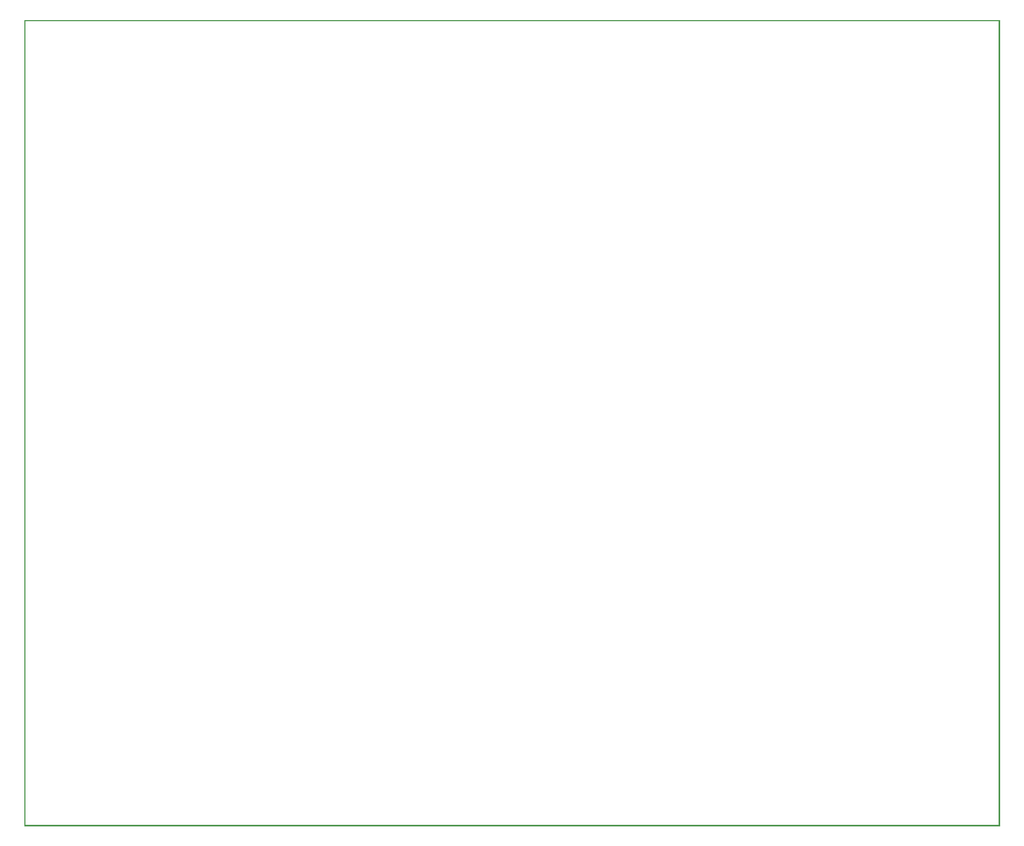
<source format=gbr>
%FSLAX44Y44*%
%OFA0.0000B0.0000*%
%SFA1B1*%
%MOMM*%
%ADD10C,0.0000X0.0000X0.0000*%
%ADD11C,0.2032X0.0000X0.0000*%
%LNBOT_outline*%
%LPD*%
G54D10*
X-1424216Y794816D2*
X-1424216Y-494016D1*
X134516Y794816D2*
X-1424216Y794816D1*
X134516Y-494016D2*
X134516Y794816D1*
X-1424216Y-494016D2*
X134516Y-494016D1*
G54D11*
X-1423200Y793800D2*
X-1423200Y-493000D1*
X133500Y793800D2*
X-1423200Y793800D1*
X133500Y-493000D2*
X133500Y793800D1*
X-1423200Y-493000D2*
X133500Y-493000D1*
M02*

</source>
